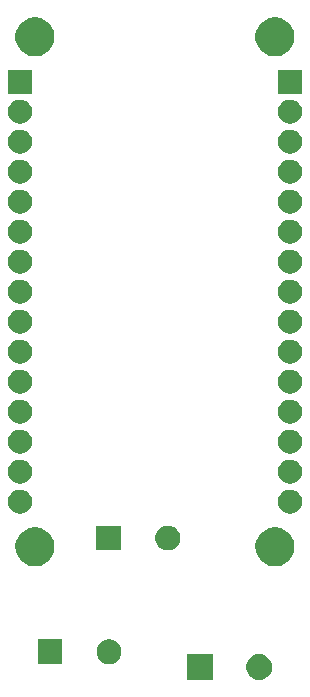
<source format=gbs>
G04 #@! TF.GenerationSoftware,KiCad,Pcbnew,5.1.5+dfsg1-2build2*
G04 #@! TF.CreationDate,2022-11-05T00:29:27+01:00*
G04 #@! TF.ProjectId,MBus_to_radio,4d427573-5f74-46f5-9f72-6164696f2e6b,rev?*
G04 #@! TF.SameCoordinates,Original*
G04 #@! TF.FileFunction,Soldermask,Bot*
G04 #@! TF.FilePolarity,Negative*
%FSLAX46Y46*%
G04 Gerber Fmt 4.6, Leading zero omitted, Abs format (unit mm)*
G04 Created by KiCad (PCBNEW 5.1.5+dfsg1-2build2) date 2022-11-05 00:29:27*
%MOMM*%
%LPD*%
G04 APERTURE LIST*
%ADD10C,0.100000*%
G04 APERTURE END LIST*
D10*
G36*
X118244794Y-110680155D02*
G01*
X118351150Y-110701311D01*
X118451334Y-110742809D01*
X118551520Y-110784307D01*
X118731844Y-110904795D01*
X118885205Y-111058156D01*
X119005693Y-111238480D01*
X119005693Y-111238481D01*
X119081455Y-111421385D01*
X119088689Y-111438851D01*
X119131000Y-111651560D01*
X119131000Y-111868440D01*
X119088689Y-112081149D01*
X119005693Y-112281520D01*
X118885205Y-112461844D01*
X118731844Y-112615205D01*
X118551520Y-112735693D01*
X118451334Y-112777191D01*
X118351150Y-112818689D01*
X118244795Y-112839844D01*
X118138440Y-112861000D01*
X117921560Y-112861000D01*
X117815205Y-112839844D01*
X117708850Y-112818689D01*
X117608666Y-112777191D01*
X117508480Y-112735693D01*
X117328156Y-112615205D01*
X117174795Y-112461844D01*
X117054307Y-112281520D01*
X116971311Y-112081149D01*
X116929000Y-111868440D01*
X116929000Y-111651560D01*
X116971311Y-111438851D01*
X116978546Y-111421385D01*
X117054307Y-111238481D01*
X117054307Y-111238480D01*
X117174795Y-111058156D01*
X117328156Y-110904795D01*
X117508480Y-110784307D01*
X117608666Y-110742809D01*
X117708850Y-110701311D01*
X117815206Y-110680155D01*
X117921560Y-110659000D01*
X118138440Y-110659000D01*
X118244794Y-110680155D01*
G37*
G36*
X114131000Y-112861000D02*
G01*
X111929000Y-112861000D01*
X111929000Y-110659000D01*
X114131000Y-110659000D01*
X114131000Y-112861000D01*
G37*
G36*
X101381000Y-111541000D02*
G01*
X99279000Y-111541000D01*
X99279000Y-109439000D01*
X101381000Y-109439000D01*
X101381000Y-111541000D01*
G37*
G36*
X105636564Y-109479389D02*
G01*
X105827833Y-109558615D01*
X105827835Y-109558616D01*
X105999973Y-109673635D01*
X106146365Y-109820027D01*
X106261385Y-109992167D01*
X106340611Y-110183436D01*
X106381000Y-110386484D01*
X106381000Y-110593516D01*
X106340611Y-110796564D01*
X106295780Y-110904795D01*
X106261384Y-110987835D01*
X106146365Y-111159973D01*
X105999973Y-111306365D01*
X105827835Y-111421384D01*
X105827834Y-111421385D01*
X105827833Y-111421385D01*
X105636564Y-111500611D01*
X105433516Y-111541000D01*
X105226484Y-111541000D01*
X105023436Y-111500611D01*
X104832167Y-111421385D01*
X104832166Y-111421385D01*
X104832165Y-111421384D01*
X104660027Y-111306365D01*
X104513635Y-111159973D01*
X104398616Y-110987835D01*
X104364220Y-110904795D01*
X104319389Y-110796564D01*
X104279000Y-110593516D01*
X104279000Y-110386484D01*
X104319389Y-110183436D01*
X104398615Y-109992167D01*
X104513635Y-109820027D01*
X104660027Y-109673635D01*
X104832165Y-109558616D01*
X104832167Y-109558615D01*
X105023436Y-109479389D01*
X105226484Y-109439000D01*
X105433516Y-109439000D01*
X105636564Y-109479389D01*
G37*
G36*
X119755256Y-99991298D02*
G01*
X119861579Y-100012447D01*
X120162042Y-100136903D01*
X120432451Y-100317585D01*
X120662415Y-100547549D01*
X120843097Y-100817958D01*
X120967553Y-101118421D01*
X120988702Y-101224744D01*
X121031000Y-101437389D01*
X121031000Y-101762611D01*
X121027126Y-101782085D01*
X120967553Y-102081579D01*
X120843097Y-102382042D01*
X120662415Y-102652451D01*
X120432451Y-102882415D01*
X120162042Y-103063097D01*
X119861579Y-103187553D01*
X119755256Y-103208702D01*
X119542611Y-103251000D01*
X119217389Y-103251000D01*
X119004744Y-103208702D01*
X118898421Y-103187553D01*
X118597958Y-103063097D01*
X118327549Y-102882415D01*
X118097585Y-102652451D01*
X117916903Y-102382042D01*
X117792447Y-102081579D01*
X117732874Y-101782085D01*
X117729000Y-101762611D01*
X117729000Y-101437389D01*
X117771298Y-101224744D01*
X117792447Y-101118421D01*
X117916903Y-100817958D01*
X118097585Y-100547549D01*
X118327549Y-100317585D01*
X118597958Y-100136903D01*
X118898421Y-100012447D01*
X119004744Y-99991298D01*
X119217389Y-99949000D01*
X119542611Y-99949000D01*
X119755256Y-99991298D01*
G37*
G36*
X99435256Y-99991298D02*
G01*
X99541579Y-100012447D01*
X99842042Y-100136903D01*
X100112451Y-100317585D01*
X100342415Y-100547549D01*
X100523097Y-100817958D01*
X100647553Y-101118421D01*
X100668702Y-101224744D01*
X100711000Y-101437389D01*
X100711000Y-101762611D01*
X100707126Y-101782085D01*
X100647553Y-102081579D01*
X100523097Y-102382042D01*
X100342415Y-102652451D01*
X100112451Y-102882415D01*
X99842042Y-103063097D01*
X99541579Y-103187553D01*
X99435256Y-103208702D01*
X99222611Y-103251000D01*
X98897389Y-103251000D01*
X98684744Y-103208702D01*
X98578421Y-103187553D01*
X98277958Y-103063097D01*
X98007549Y-102882415D01*
X97777585Y-102652451D01*
X97596903Y-102382042D01*
X97472447Y-102081579D01*
X97412874Y-101782085D01*
X97409000Y-101762611D01*
X97409000Y-101437389D01*
X97451298Y-101224744D01*
X97472447Y-101118421D01*
X97596903Y-100817958D01*
X97777585Y-100547549D01*
X98007549Y-100317585D01*
X98277958Y-100136903D01*
X98578421Y-100012447D01*
X98684744Y-99991298D01*
X98897389Y-99949000D01*
X99222611Y-99949000D01*
X99435256Y-99991298D01*
G37*
G36*
X110602264Y-99840089D02*
G01*
X110793533Y-99919315D01*
X110793535Y-99919316D01*
X110965673Y-100034335D01*
X111112065Y-100180727D01*
X111203511Y-100317585D01*
X111227085Y-100352867D01*
X111306311Y-100544136D01*
X111346700Y-100747184D01*
X111346700Y-100954216D01*
X111306311Y-101157264D01*
X111227085Y-101348533D01*
X111227084Y-101348535D01*
X111112065Y-101520673D01*
X110965673Y-101667065D01*
X110793535Y-101782084D01*
X110793534Y-101782085D01*
X110793533Y-101782085D01*
X110602264Y-101861311D01*
X110399216Y-101901700D01*
X110192184Y-101901700D01*
X109989136Y-101861311D01*
X109797867Y-101782085D01*
X109797866Y-101782085D01*
X109797865Y-101782084D01*
X109625727Y-101667065D01*
X109479335Y-101520673D01*
X109364316Y-101348535D01*
X109364315Y-101348533D01*
X109285089Y-101157264D01*
X109244700Y-100954216D01*
X109244700Y-100747184D01*
X109285089Y-100544136D01*
X109364315Y-100352867D01*
X109387890Y-100317585D01*
X109479335Y-100180727D01*
X109625727Y-100034335D01*
X109797865Y-99919316D01*
X109797867Y-99919315D01*
X109989136Y-99840089D01*
X110192184Y-99799700D01*
X110399216Y-99799700D01*
X110602264Y-99840089D01*
G37*
G36*
X106346700Y-101901700D02*
G01*
X104244700Y-101901700D01*
X104244700Y-99799700D01*
X106346700Y-99799700D01*
X106346700Y-101901700D01*
G37*
G36*
X98020926Y-96800029D02*
G01*
X98086356Y-96813044D01*
X98271256Y-96889632D01*
X98437662Y-97000821D01*
X98579179Y-97142338D01*
X98690368Y-97308744D01*
X98766956Y-97493644D01*
X98806000Y-97689933D01*
X98806000Y-97890067D01*
X98766956Y-98086356D01*
X98690368Y-98271256D01*
X98579179Y-98437662D01*
X98437662Y-98579179D01*
X98271256Y-98690368D01*
X98086356Y-98766956D01*
X98020926Y-98779971D01*
X97890069Y-98806000D01*
X97689931Y-98806000D01*
X97559074Y-98779971D01*
X97493644Y-98766956D01*
X97308744Y-98690368D01*
X97142338Y-98579179D01*
X97000821Y-98437662D01*
X96889632Y-98271256D01*
X96813044Y-98086356D01*
X96774000Y-97890067D01*
X96774000Y-97689933D01*
X96813044Y-97493644D01*
X96889632Y-97308744D01*
X97000821Y-97142338D01*
X97142338Y-97000821D01*
X97308744Y-96889632D01*
X97493644Y-96813044D01*
X97559074Y-96800029D01*
X97689931Y-96774000D01*
X97890069Y-96774000D01*
X98020926Y-96800029D01*
G37*
G36*
X120880926Y-96800029D02*
G01*
X120946356Y-96813044D01*
X121131256Y-96889632D01*
X121297662Y-97000821D01*
X121439179Y-97142338D01*
X121550368Y-97308744D01*
X121626956Y-97493644D01*
X121666000Y-97689933D01*
X121666000Y-97890067D01*
X121626956Y-98086356D01*
X121550368Y-98271256D01*
X121439179Y-98437662D01*
X121297662Y-98579179D01*
X121131256Y-98690368D01*
X120946356Y-98766956D01*
X120880926Y-98779971D01*
X120750069Y-98806000D01*
X120549931Y-98806000D01*
X120419074Y-98779971D01*
X120353644Y-98766956D01*
X120168744Y-98690368D01*
X120002338Y-98579179D01*
X119860821Y-98437662D01*
X119749632Y-98271256D01*
X119673044Y-98086356D01*
X119634000Y-97890067D01*
X119634000Y-97689933D01*
X119673044Y-97493644D01*
X119749632Y-97308744D01*
X119860821Y-97142338D01*
X120002338Y-97000821D01*
X120168744Y-96889632D01*
X120353644Y-96813044D01*
X120419074Y-96800029D01*
X120549931Y-96774000D01*
X120750069Y-96774000D01*
X120880926Y-96800029D01*
G37*
G36*
X120880926Y-94260029D02*
G01*
X120946356Y-94273044D01*
X121131256Y-94349632D01*
X121297662Y-94460821D01*
X121439179Y-94602338D01*
X121550368Y-94768744D01*
X121626956Y-94953644D01*
X121666000Y-95149933D01*
X121666000Y-95350067D01*
X121626956Y-95546356D01*
X121550368Y-95731256D01*
X121439179Y-95897662D01*
X121297662Y-96039179D01*
X121131256Y-96150368D01*
X120946356Y-96226956D01*
X120880926Y-96239971D01*
X120750069Y-96266000D01*
X120549931Y-96266000D01*
X120419074Y-96239971D01*
X120353644Y-96226956D01*
X120168744Y-96150368D01*
X120002338Y-96039179D01*
X119860821Y-95897662D01*
X119749632Y-95731256D01*
X119673044Y-95546356D01*
X119634000Y-95350067D01*
X119634000Y-95149933D01*
X119673044Y-94953644D01*
X119749632Y-94768744D01*
X119860821Y-94602338D01*
X120002338Y-94460821D01*
X120168744Y-94349632D01*
X120353644Y-94273044D01*
X120419074Y-94260029D01*
X120549931Y-94234000D01*
X120750069Y-94234000D01*
X120880926Y-94260029D01*
G37*
G36*
X98020926Y-94260029D02*
G01*
X98086356Y-94273044D01*
X98271256Y-94349632D01*
X98437662Y-94460821D01*
X98579179Y-94602338D01*
X98690368Y-94768744D01*
X98766956Y-94953644D01*
X98806000Y-95149933D01*
X98806000Y-95350067D01*
X98766956Y-95546356D01*
X98690368Y-95731256D01*
X98579179Y-95897662D01*
X98437662Y-96039179D01*
X98271256Y-96150368D01*
X98086356Y-96226956D01*
X98020926Y-96239971D01*
X97890069Y-96266000D01*
X97689931Y-96266000D01*
X97559074Y-96239971D01*
X97493644Y-96226956D01*
X97308744Y-96150368D01*
X97142338Y-96039179D01*
X97000821Y-95897662D01*
X96889632Y-95731256D01*
X96813044Y-95546356D01*
X96774000Y-95350067D01*
X96774000Y-95149933D01*
X96813044Y-94953644D01*
X96889632Y-94768744D01*
X97000821Y-94602338D01*
X97142338Y-94460821D01*
X97308744Y-94349632D01*
X97493644Y-94273044D01*
X97559074Y-94260029D01*
X97689931Y-94234000D01*
X97890069Y-94234000D01*
X98020926Y-94260029D01*
G37*
G36*
X98020926Y-91720029D02*
G01*
X98086356Y-91733044D01*
X98271256Y-91809632D01*
X98437662Y-91920821D01*
X98579179Y-92062338D01*
X98690368Y-92228744D01*
X98766956Y-92413644D01*
X98806000Y-92609933D01*
X98806000Y-92810067D01*
X98766956Y-93006356D01*
X98690368Y-93191256D01*
X98579179Y-93357662D01*
X98437662Y-93499179D01*
X98271256Y-93610368D01*
X98086356Y-93686956D01*
X98020926Y-93699971D01*
X97890069Y-93726000D01*
X97689931Y-93726000D01*
X97559074Y-93699971D01*
X97493644Y-93686956D01*
X97308744Y-93610368D01*
X97142338Y-93499179D01*
X97000821Y-93357662D01*
X96889632Y-93191256D01*
X96813044Y-93006356D01*
X96774000Y-92810067D01*
X96774000Y-92609933D01*
X96813044Y-92413644D01*
X96889632Y-92228744D01*
X97000821Y-92062338D01*
X97142338Y-91920821D01*
X97308744Y-91809632D01*
X97493644Y-91733044D01*
X97559074Y-91720029D01*
X97689931Y-91694000D01*
X97890069Y-91694000D01*
X98020926Y-91720029D01*
G37*
G36*
X120880926Y-91720029D02*
G01*
X120946356Y-91733044D01*
X121131256Y-91809632D01*
X121297662Y-91920821D01*
X121439179Y-92062338D01*
X121550368Y-92228744D01*
X121626956Y-92413644D01*
X121666000Y-92609933D01*
X121666000Y-92810067D01*
X121626956Y-93006356D01*
X121550368Y-93191256D01*
X121439179Y-93357662D01*
X121297662Y-93499179D01*
X121131256Y-93610368D01*
X120946356Y-93686956D01*
X120880926Y-93699971D01*
X120750069Y-93726000D01*
X120549931Y-93726000D01*
X120419074Y-93699971D01*
X120353644Y-93686956D01*
X120168744Y-93610368D01*
X120002338Y-93499179D01*
X119860821Y-93357662D01*
X119749632Y-93191256D01*
X119673044Y-93006356D01*
X119634000Y-92810067D01*
X119634000Y-92609933D01*
X119673044Y-92413644D01*
X119749632Y-92228744D01*
X119860821Y-92062338D01*
X120002338Y-91920821D01*
X120168744Y-91809632D01*
X120353644Y-91733044D01*
X120419074Y-91720029D01*
X120549931Y-91694000D01*
X120750069Y-91694000D01*
X120880926Y-91720029D01*
G37*
G36*
X120880926Y-89180029D02*
G01*
X120946356Y-89193044D01*
X121131256Y-89269632D01*
X121297662Y-89380821D01*
X121439179Y-89522338D01*
X121550368Y-89688744D01*
X121626956Y-89873644D01*
X121666000Y-90069933D01*
X121666000Y-90270067D01*
X121626956Y-90466356D01*
X121550368Y-90651256D01*
X121439179Y-90817662D01*
X121297662Y-90959179D01*
X121131256Y-91070368D01*
X120946356Y-91146956D01*
X120880926Y-91159971D01*
X120750069Y-91186000D01*
X120549931Y-91186000D01*
X120419074Y-91159971D01*
X120353644Y-91146956D01*
X120168744Y-91070368D01*
X120002338Y-90959179D01*
X119860821Y-90817662D01*
X119749632Y-90651256D01*
X119673044Y-90466356D01*
X119634000Y-90270067D01*
X119634000Y-90069933D01*
X119673044Y-89873644D01*
X119749632Y-89688744D01*
X119860821Y-89522338D01*
X120002338Y-89380821D01*
X120168744Y-89269632D01*
X120353644Y-89193044D01*
X120419074Y-89180029D01*
X120549931Y-89154000D01*
X120750069Y-89154000D01*
X120880926Y-89180029D01*
G37*
G36*
X98020926Y-89180029D02*
G01*
X98086356Y-89193044D01*
X98271256Y-89269632D01*
X98437662Y-89380821D01*
X98579179Y-89522338D01*
X98690368Y-89688744D01*
X98766956Y-89873644D01*
X98806000Y-90069933D01*
X98806000Y-90270067D01*
X98766956Y-90466356D01*
X98690368Y-90651256D01*
X98579179Y-90817662D01*
X98437662Y-90959179D01*
X98271256Y-91070368D01*
X98086356Y-91146956D01*
X98020926Y-91159971D01*
X97890069Y-91186000D01*
X97689931Y-91186000D01*
X97559074Y-91159971D01*
X97493644Y-91146956D01*
X97308744Y-91070368D01*
X97142338Y-90959179D01*
X97000821Y-90817662D01*
X96889632Y-90651256D01*
X96813044Y-90466356D01*
X96774000Y-90270067D01*
X96774000Y-90069933D01*
X96813044Y-89873644D01*
X96889632Y-89688744D01*
X97000821Y-89522338D01*
X97142338Y-89380821D01*
X97308744Y-89269632D01*
X97493644Y-89193044D01*
X97559074Y-89180029D01*
X97689931Y-89154000D01*
X97890069Y-89154000D01*
X98020926Y-89180029D01*
G37*
G36*
X98020926Y-86640029D02*
G01*
X98086356Y-86653044D01*
X98271256Y-86729632D01*
X98437662Y-86840821D01*
X98579179Y-86982338D01*
X98690368Y-87148744D01*
X98766956Y-87333644D01*
X98806000Y-87529933D01*
X98806000Y-87730067D01*
X98766956Y-87926356D01*
X98690368Y-88111256D01*
X98579179Y-88277662D01*
X98437662Y-88419179D01*
X98271256Y-88530368D01*
X98086356Y-88606956D01*
X98020926Y-88619971D01*
X97890069Y-88646000D01*
X97689931Y-88646000D01*
X97559074Y-88619971D01*
X97493644Y-88606956D01*
X97308744Y-88530368D01*
X97142338Y-88419179D01*
X97000821Y-88277662D01*
X96889632Y-88111256D01*
X96813044Y-87926356D01*
X96774000Y-87730067D01*
X96774000Y-87529933D01*
X96813044Y-87333644D01*
X96889632Y-87148744D01*
X97000821Y-86982338D01*
X97142338Y-86840821D01*
X97308744Y-86729632D01*
X97493644Y-86653044D01*
X97559074Y-86640029D01*
X97689931Y-86614000D01*
X97890069Y-86614000D01*
X98020926Y-86640029D01*
G37*
G36*
X120880926Y-86640029D02*
G01*
X120946356Y-86653044D01*
X121131256Y-86729632D01*
X121297662Y-86840821D01*
X121439179Y-86982338D01*
X121550368Y-87148744D01*
X121626956Y-87333644D01*
X121666000Y-87529933D01*
X121666000Y-87730067D01*
X121626956Y-87926356D01*
X121550368Y-88111256D01*
X121439179Y-88277662D01*
X121297662Y-88419179D01*
X121131256Y-88530368D01*
X120946356Y-88606956D01*
X120880926Y-88619971D01*
X120750069Y-88646000D01*
X120549931Y-88646000D01*
X120419074Y-88619971D01*
X120353644Y-88606956D01*
X120168744Y-88530368D01*
X120002338Y-88419179D01*
X119860821Y-88277662D01*
X119749632Y-88111256D01*
X119673044Y-87926356D01*
X119634000Y-87730067D01*
X119634000Y-87529933D01*
X119673044Y-87333644D01*
X119749632Y-87148744D01*
X119860821Y-86982338D01*
X120002338Y-86840821D01*
X120168744Y-86729632D01*
X120353644Y-86653044D01*
X120419074Y-86640029D01*
X120549931Y-86614000D01*
X120750069Y-86614000D01*
X120880926Y-86640029D01*
G37*
G36*
X98020926Y-84100029D02*
G01*
X98086356Y-84113044D01*
X98271256Y-84189632D01*
X98437662Y-84300821D01*
X98579179Y-84442338D01*
X98690368Y-84608744D01*
X98766956Y-84793644D01*
X98806000Y-84989933D01*
X98806000Y-85190067D01*
X98766956Y-85386356D01*
X98690368Y-85571256D01*
X98579179Y-85737662D01*
X98437662Y-85879179D01*
X98271256Y-85990368D01*
X98086356Y-86066956D01*
X98020926Y-86079971D01*
X97890069Y-86106000D01*
X97689931Y-86106000D01*
X97559074Y-86079971D01*
X97493644Y-86066956D01*
X97308744Y-85990368D01*
X97142338Y-85879179D01*
X97000821Y-85737662D01*
X96889632Y-85571256D01*
X96813044Y-85386356D01*
X96774000Y-85190067D01*
X96774000Y-84989933D01*
X96813044Y-84793644D01*
X96889632Y-84608744D01*
X97000821Y-84442338D01*
X97142338Y-84300821D01*
X97308744Y-84189632D01*
X97493644Y-84113044D01*
X97559074Y-84100029D01*
X97689931Y-84074000D01*
X97890069Y-84074000D01*
X98020926Y-84100029D01*
G37*
G36*
X120880926Y-84100029D02*
G01*
X120946356Y-84113044D01*
X121131256Y-84189632D01*
X121297662Y-84300821D01*
X121439179Y-84442338D01*
X121550368Y-84608744D01*
X121626956Y-84793644D01*
X121666000Y-84989933D01*
X121666000Y-85190067D01*
X121626956Y-85386356D01*
X121550368Y-85571256D01*
X121439179Y-85737662D01*
X121297662Y-85879179D01*
X121131256Y-85990368D01*
X120946356Y-86066956D01*
X120880926Y-86079971D01*
X120750069Y-86106000D01*
X120549931Y-86106000D01*
X120419074Y-86079971D01*
X120353644Y-86066956D01*
X120168744Y-85990368D01*
X120002338Y-85879179D01*
X119860821Y-85737662D01*
X119749632Y-85571256D01*
X119673044Y-85386356D01*
X119634000Y-85190067D01*
X119634000Y-84989933D01*
X119673044Y-84793644D01*
X119749632Y-84608744D01*
X119860821Y-84442338D01*
X120002338Y-84300821D01*
X120168744Y-84189632D01*
X120353644Y-84113044D01*
X120419074Y-84100029D01*
X120549931Y-84074000D01*
X120750069Y-84074000D01*
X120880926Y-84100029D01*
G37*
G36*
X120880926Y-81560029D02*
G01*
X120946356Y-81573044D01*
X121131256Y-81649632D01*
X121297662Y-81760821D01*
X121439179Y-81902338D01*
X121550368Y-82068744D01*
X121626956Y-82253644D01*
X121666000Y-82449933D01*
X121666000Y-82650067D01*
X121626956Y-82846356D01*
X121550368Y-83031256D01*
X121439179Y-83197662D01*
X121297662Y-83339179D01*
X121131256Y-83450368D01*
X120946356Y-83526956D01*
X120880926Y-83539971D01*
X120750069Y-83566000D01*
X120549931Y-83566000D01*
X120419074Y-83539971D01*
X120353644Y-83526956D01*
X120168744Y-83450368D01*
X120002338Y-83339179D01*
X119860821Y-83197662D01*
X119749632Y-83031256D01*
X119673044Y-82846356D01*
X119634000Y-82650067D01*
X119634000Y-82449933D01*
X119673044Y-82253644D01*
X119749632Y-82068744D01*
X119860821Y-81902338D01*
X120002338Y-81760821D01*
X120168744Y-81649632D01*
X120353644Y-81573044D01*
X120419074Y-81560029D01*
X120549931Y-81534000D01*
X120750069Y-81534000D01*
X120880926Y-81560029D01*
G37*
G36*
X98020926Y-81560029D02*
G01*
X98086356Y-81573044D01*
X98271256Y-81649632D01*
X98437662Y-81760821D01*
X98579179Y-81902338D01*
X98690368Y-82068744D01*
X98766956Y-82253644D01*
X98806000Y-82449933D01*
X98806000Y-82650067D01*
X98766956Y-82846356D01*
X98690368Y-83031256D01*
X98579179Y-83197662D01*
X98437662Y-83339179D01*
X98271256Y-83450368D01*
X98086356Y-83526956D01*
X98020926Y-83539971D01*
X97890069Y-83566000D01*
X97689931Y-83566000D01*
X97559074Y-83539971D01*
X97493644Y-83526956D01*
X97308744Y-83450368D01*
X97142338Y-83339179D01*
X97000821Y-83197662D01*
X96889632Y-83031256D01*
X96813044Y-82846356D01*
X96774000Y-82650067D01*
X96774000Y-82449933D01*
X96813044Y-82253644D01*
X96889632Y-82068744D01*
X97000821Y-81902338D01*
X97142338Y-81760821D01*
X97308744Y-81649632D01*
X97493644Y-81573044D01*
X97559074Y-81560029D01*
X97689931Y-81534000D01*
X97890069Y-81534000D01*
X98020926Y-81560029D01*
G37*
G36*
X120880926Y-79020029D02*
G01*
X120946356Y-79033044D01*
X121131256Y-79109632D01*
X121297662Y-79220821D01*
X121439179Y-79362338D01*
X121550368Y-79528744D01*
X121626956Y-79713644D01*
X121666000Y-79909933D01*
X121666000Y-80110067D01*
X121626956Y-80306356D01*
X121550368Y-80491256D01*
X121439179Y-80657662D01*
X121297662Y-80799179D01*
X121131256Y-80910368D01*
X120946356Y-80986956D01*
X120880926Y-80999971D01*
X120750069Y-81026000D01*
X120549931Y-81026000D01*
X120419074Y-80999971D01*
X120353644Y-80986956D01*
X120168744Y-80910368D01*
X120002338Y-80799179D01*
X119860821Y-80657662D01*
X119749632Y-80491256D01*
X119673044Y-80306356D01*
X119634000Y-80110067D01*
X119634000Y-79909933D01*
X119673044Y-79713644D01*
X119749632Y-79528744D01*
X119860821Y-79362338D01*
X120002338Y-79220821D01*
X120168744Y-79109632D01*
X120353644Y-79033044D01*
X120419074Y-79020029D01*
X120549931Y-78994000D01*
X120750069Y-78994000D01*
X120880926Y-79020029D01*
G37*
G36*
X98020926Y-79020029D02*
G01*
X98086356Y-79033044D01*
X98271256Y-79109632D01*
X98437662Y-79220821D01*
X98579179Y-79362338D01*
X98690368Y-79528744D01*
X98766956Y-79713644D01*
X98806000Y-79909933D01*
X98806000Y-80110067D01*
X98766956Y-80306356D01*
X98690368Y-80491256D01*
X98579179Y-80657662D01*
X98437662Y-80799179D01*
X98271256Y-80910368D01*
X98086356Y-80986956D01*
X98020926Y-80999971D01*
X97890069Y-81026000D01*
X97689931Y-81026000D01*
X97559074Y-80999971D01*
X97493644Y-80986956D01*
X97308744Y-80910368D01*
X97142338Y-80799179D01*
X97000821Y-80657662D01*
X96889632Y-80491256D01*
X96813044Y-80306356D01*
X96774000Y-80110067D01*
X96774000Y-79909933D01*
X96813044Y-79713644D01*
X96889632Y-79528744D01*
X97000821Y-79362338D01*
X97142338Y-79220821D01*
X97308744Y-79109632D01*
X97493644Y-79033044D01*
X97559074Y-79020029D01*
X97689931Y-78994000D01*
X97890069Y-78994000D01*
X98020926Y-79020029D01*
G37*
G36*
X120880926Y-76480029D02*
G01*
X120946356Y-76493044D01*
X121131256Y-76569632D01*
X121297662Y-76680821D01*
X121439179Y-76822338D01*
X121550368Y-76988744D01*
X121626956Y-77173644D01*
X121666000Y-77369933D01*
X121666000Y-77570067D01*
X121626956Y-77766356D01*
X121550368Y-77951256D01*
X121439179Y-78117662D01*
X121297662Y-78259179D01*
X121131256Y-78370368D01*
X120946356Y-78446956D01*
X120880926Y-78459971D01*
X120750069Y-78486000D01*
X120549931Y-78486000D01*
X120419074Y-78459971D01*
X120353644Y-78446956D01*
X120168744Y-78370368D01*
X120002338Y-78259179D01*
X119860821Y-78117662D01*
X119749632Y-77951256D01*
X119673044Y-77766356D01*
X119634000Y-77570067D01*
X119634000Y-77369933D01*
X119673044Y-77173644D01*
X119749632Y-76988744D01*
X119860821Y-76822338D01*
X120002338Y-76680821D01*
X120168744Y-76569632D01*
X120353644Y-76493044D01*
X120419074Y-76480029D01*
X120549931Y-76454000D01*
X120750069Y-76454000D01*
X120880926Y-76480029D01*
G37*
G36*
X98020926Y-76480029D02*
G01*
X98086356Y-76493044D01*
X98271256Y-76569632D01*
X98437662Y-76680821D01*
X98579179Y-76822338D01*
X98690368Y-76988744D01*
X98766956Y-77173644D01*
X98806000Y-77369933D01*
X98806000Y-77570067D01*
X98766956Y-77766356D01*
X98690368Y-77951256D01*
X98579179Y-78117662D01*
X98437662Y-78259179D01*
X98271256Y-78370368D01*
X98086356Y-78446956D01*
X98020926Y-78459971D01*
X97890069Y-78486000D01*
X97689931Y-78486000D01*
X97559074Y-78459971D01*
X97493644Y-78446956D01*
X97308744Y-78370368D01*
X97142338Y-78259179D01*
X97000821Y-78117662D01*
X96889632Y-77951256D01*
X96813044Y-77766356D01*
X96774000Y-77570067D01*
X96774000Y-77369933D01*
X96813044Y-77173644D01*
X96889632Y-76988744D01*
X97000821Y-76822338D01*
X97142338Y-76680821D01*
X97308744Y-76569632D01*
X97493644Y-76493044D01*
X97559074Y-76480029D01*
X97689931Y-76454000D01*
X97890069Y-76454000D01*
X98020926Y-76480029D01*
G37*
G36*
X120880926Y-73940029D02*
G01*
X120946356Y-73953044D01*
X121131256Y-74029632D01*
X121297662Y-74140821D01*
X121439179Y-74282338D01*
X121550368Y-74448744D01*
X121626956Y-74633644D01*
X121666000Y-74829933D01*
X121666000Y-75030067D01*
X121626956Y-75226356D01*
X121550368Y-75411256D01*
X121439179Y-75577662D01*
X121297662Y-75719179D01*
X121131256Y-75830368D01*
X120946356Y-75906956D01*
X120880926Y-75919971D01*
X120750069Y-75946000D01*
X120549931Y-75946000D01*
X120419074Y-75919971D01*
X120353644Y-75906956D01*
X120168744Y-75830368D01*
X120002338Y-75719179D01*
X119860821Y-75577662D01*
X119749632Y-75411256D01*
X119673044Y-75226356D01*
X119634000Y-75030067D01*
X119634000Y-74829933D01*
X119673044Y-74633644D01*
X119749632Y-74448744D01*
X119860821Y-74282338D01*
X120002338Y-74140821D01*
X120168744Y-74029632D01*
X120353644Y-73953044D01*
X120419074Y-73940029D01*
X120549931Y-73914000D01*
X120750069Y-73914000D01*
X120880926Y-73940029D01*
G37*
G36*
X98020926Y-73940029D02*
G01*
X98086356Y-73953044D01*
X98271256Y-74029632D01*
X98437662Y-74140821D01*
X98579179Y-74282338D01*
X98690368Y-74448744D01*
X98766956Y-74633644D01*
X98806000Y-74829933D01*
X98806000Y-75030067D01*
X98766956Y-75226356D01*
X98690368Y-75411256D01*
X98579179Y-75577662D01*
X98437662Y-75719179D01*
X98271256Y-75830368D01*
X98086356Y-75906956D01*
X98020926Y-75919971D01*
X97890069Y-75946000D01*
X97689931Y-75946000D01*
X97559074Y-75919971D01*
X97493644Y-75906956D01*
X97308744Y-75830368D01*
X97142338Y-75719179D01*
X97000821Y-75577662D01*
X96889632Y-75411256D01*
X96813044Y-75226356D01*
X96774000Y-75030067D01*
X96774000Y-74829933D01*
X96813044Y-74633644D01*
X96889632Y-74448744D01*
X97000821Y-74282338D01*
X97142338Y-74140821D01*
X97308744Y-74029632D01*
X97493644Y-73953044D01*
X97559074Y-73940029D01*
X97689931Y-73914000D01*
X97890069Y-73914000D01*
X98020926Y-73940029D01*
G37*
G36*
X120880926Y-71400029D02*
G01*
X120946356Y-71413044D01*
X121131256Y-71489632D01*
X121297662Y-71600821D01*
X121439179Y-71742338D01*
X121550368Y-71908744D01*
X121626956Y-72093644D01*
X121666000Y-72289933D01*
X121666000Y-72490067D01*
X121626956Y-72686356D01*
X121550368Y-72871256D01*
X121439179Y-73037662D01*
X121297662Y-73179179D01*
X121131256Y-73290368D01*
X120946356Y-73366956D01*
X120880926Y-73379971D01*
X120750069Y-73406000D01*
X120549931Y-73406000D01*
X120419074Y-73379971D01*
X120353644Y-73366956D01*
X120168744Y-73290368D01*
X120002338Y-73179179D01*
X119860821Y-73037662D01*
X119749632Y-72871256D01*
X119673044Y-72686356D01*
X119634000Y-72490067D01*
X119634000Y-72289933D01*
X119673044Y-72093644D01*
X119749632Y-71908744D01*
X119860821Y-71742338D01*
X120002338Y-71600821D01*
X120168744Y-71489632D01*
X120353644Y-71413044D01*
X120419074Y-71400029D01*
X120549931Y-71374000D01*
X120750069Y-71374000D01*
X120880926Y-71400029D01*
G37*
G36*
X98020926Y-71400029D02*
G01*
X98086356Y-71413044D01*
X98271256Y-71489632D01*
X98437662Y-71600821D01*
X98579179Y-71742338D01*
X98690368Y-71908744D01*
X98766956Y-72093644D01*
X98806000Y-72289933D01*
X98806000Y-72490067D01*
X98766956Y-72686356D01*
X98690368Y-72871256D01*
X98579179Y-73037662D01*
X98437662Y-73179179D01*
X98271256Y-73290368D01*
X98086356Y-73366956D01*
X98020926Y-73379971D01*
X97890069Y-73406000D01*
X97689931Y-73406000D01*
X97559074Y-73379971D01*
X97493644Y-73366956D01*
X97308744Y-73290368D01*
X97142338Y-73179179D01*
X97000821Y-73037662D01*
X96889632Y-72871256D01*
X96813044Y-72686356D01*
X96774000Y-72490067D01*
X96774000Y-72289933D01*
X96813044Y-72093644D01*
X96889632Y-71908744D01*
X97000821Y-71742338D01*
X97142338Y-71600821D01*
X97308744Y-71489632D01*
X97493644Y-71413044D01*
X97559074Y-71400029D01*
X97689931Y-71374000D01*
X97890069Y-71374000D01*
X98020926Y-71400029D01*
G37*
G36*
X120880926Y-68860029D02*
G01*
X120946356Y-68873044D01*
X121131256Y-68949632D01*
X121297662Y-69060821D01*
X121439179Y-69202338D01*
X121550368Y-69368744D01*
X121626956Y-69553644D01*
X121666000Y-69749933D01*
X121666000Y-69950067D01*
X121626956Y-70146356D01*
X121550368Y-70331256D01*
X121439179Y-70497662D01*
X121297662Y-70639179D01*
X121131256Y-70750368D01*
X120946356Y-70826956D01*
X120880926Y-70839971D01*
X120750069Y-70866000D01*
X120549931Y-70866000D01*
X120419074Y-70839971D01*
X120353644Y-70826956D01*
X120168744Y-70750368D01*
X120002338Y-70639179D01*
X119860821Y-70497662D01*
X119749632Y-70331256D01*
X119673044Y-70146356D01*
X119634000Y-69950067D01*
X119634000Y-69749933D01*
X119673044Y-69553644D01*
X119749632Y-69368744D01*
X119860821Y-69202338D01*
X120002338Y-69060821D01*
X120168744Y-68949632D01*
X120353644Y-68873044D01*
X120419074Y-68860029D01*
X120549931Y-68834000D01*
X120750069Y-68834000D01*
X120880926Y-68860029D01*
G37*
G36*
X98020926Y-68860029D02*
G01*
X98086356Y-68873044D01*
X98271256Y-68949632D01*
X98437662Y-69060821D01*
X98579179Y-69202338D01*
X98690368Y-69368744D01*
X98766956Y-69553644D01*
X98806000Y-69749933D01*
X98806000Y-69950067D01*
X98766956Y-70146356D01*
X98690368Y-70331256D01*
X98579179Y-70497662D01*
X98437662Y-70639179D01*
X98271256Y-70750368D01*
X98086356Y-70826956D01*
X98020926Y-70839971D01*
X97890069Y-70866000D01*
X97689931Y-70866000D01*
X97559074Y-70839971D01*
X97493644Y-70826956D01*
X97308744Y-70750368D01*
X97142338Y-70639179D01*
X97000821Y-70497662D01*
X96889632Y-70331256D01*
X96813044Y-70146356D01*
X96774000Y-69950067D01*
X96774000Y-69749933D01*
X96813044Y-69553644D01*
X96889632Y-69368744D01*
X97000821Y-69202338D01*
X97142338Y-69060821D01*
X97308744Y-68949632D01*
X97493644Y-68873044D01*
X97559074Y-68860029D01*
X97689931Y-68834000D01*
X97890069Y-68834000D01*
X98020926Y-68860029D01*
G37*
G36*
X120880926Y-66320029D02*
G01*
X120946356Y-66333044D01*
X121131256Y-66409632D01*
X121297662Y-66520821D01*
X121439179Y-66662338D01*
X121550368Y-66828744D01*
X121626956Y-67013644D01*
X121666000Y-67209933D01*
X121666000Y-67410067D01*
X121626956Y-67606356D01*
X121550368Y-67791256D01*
X121439179Y-67957662D01*
X121297662Y-68099179D01*
X121131256Y-68210368D01*
X120946356Y-68286956D01*
X120880926Y-68299971D01*
X120750069Y-68326000D01*
X120549931Y-68326000D01*
X120419074Y-68299971D01*
X120353644Y-68286956D01*
X120168744Y-68210368D01*
X120002338Y-68099179D01*
X119860821Y-67957662D01*
X119749632Y-67791256D01*
X119673044Y-67606356D01*
X119634000Y-67410067D01*
X119634000Y-67209933D01*
X119673044Y-67013644D01*
X119749632Y-66828744D01*
X119860821Y-66662338D01*
X120002338Y-66520821D01*
X120168744Y-66409632D01*
X120353644Y-66333044D01*
X120419074Y-66320029D01*
X120549931Y-66294000D01*
X120750069Y-66294000D01*
X120880926Y-66320029D01*
G37*
G36*
X98020926Y-66320029D02*
G01*
X98086356Y-66333044D01*
X98271256Y-66409632D01*
X98437662Y-66520821D01*
X98579179Y-66662338D01*
X98690368Y-66828744D01*
X98766956Y-67013644D01*
X98806000Y-67209933D01*
X98806000Y-67410067D01*
X98766956Y-67606356D01*
X98690368Y-67791256D01*
X98579179Y-67957662D01*
X98437662Y-68099179D01*
X98271256Y-68210368D01*
X98086356Y-68286956D01*
X98020926Y-68299971D01*
X97890069Y-68326000D01*
X97689931Y-68326000D01*
X97559074Y-68299971D01*
X97493644Y-68286956D01*
X97308744Y-68210368D01*
X97142338Y-68099179D01*
X97000821Y-67957662D01*
X96889632Y-67791256D01*
X96813044Y-67606356D01*
X96774000Y-67410067D01*
X96774000Y-67209933D01*
X96813044Y-67013644D01*
X96889632Y-66828744D01*
X97000821Y-66662338D01*
X97142338Y-66520821D01*
X97308744Y-66409632D01*
X97493644Y-66333044D01*
X97559074Y-66320029D01*
X97689931Y-66294000D01*
X97890069Y-66294000D01*
X98020926Y-66320029D01*
G37*
G36*
X120880926Y-63780029D02*
G01*
X120946356Y-63793044D01*
X121131256Y-63869632D01*
X121297662Y-63980821D01*
X121439179Y-64122338D01*
X121550368Y-64288744D01*
X121626956Y-64473644D01*
X121666000Y-64669933D01*
X121666000Y-64870067D01*
X121626956Y-65066356D01*
X121550368Y-65251256D01*
X121439179Y-65417662D01*
X121297662Y-65559179D01*
X121131256Y-65670368D01*
X120946356Y-65746956D01*
X120880926Y-65759971D01*
X120750069Y-65786000D01*
X120549931Y-65786000D01*
X120419074Y-65759971D01*
X120353644Y-65746956D01*
X120168744Y-65670368D01*
X120002338Y-65559179D01*
X119860821Y-65417662D01*
X119749632Y-65251256D01*
X119673044Y-65066356D01*
X119634000Y-64870067D01*
X119634000Y-64669933D01*
X119673044Y-64473644D01*
X119749632Y-64288744D01*
X119860821Y-64122338D01*
X120002338Y-63980821D01*
X120168744Y-63869632D01*
X120353644Y-63793044D01*
X120419074Y-63780029D01*
X120549931Y-63754000D01*
X120750069Y-63754000D01*
X120880926Y-63780029D01*
G37*
G36*
X98020926Y-63780029D02*
G01*
X98086356Y-63793044D01*
X98271256Y-63869632D01*
X98437662Y-63980821D01*
X98579179Y-64122338D01*
X98690368Y-64288744D01*
X98766956Y-64473644D01*
X98806000Y-64669933D01*
X98806000Y-64870067D01*
X98766956Y-65066356D01*
X98690368Y-65251256D01*
X98579179Y-65417662D01*
X98437662Y-65559179D01*
X98271256Y-65670368D01*
X98086356Y-65746956D01*
X98020926Y-65759971D01*
X97890069Y-65786000D01*
X97689931Y-65786000D01*
X97559074Y-65759971D01*
X97493644Y-65746956D01*
X97308744Y-65670368D01*
X97142338Y-65559179D01*
X97000821Y-65417662D01*
X96889632Y-65251256D01*
X96813044Y-65066356D01*
X96774000Y-64870067D01*
X96774000Y-64669933D01*
X96813044Y-64473644D01*
X96889632Y-64288744D01*
X97000821Y-64122338D01*
X97142338Y-63980821D01*
X97308744Y-63869632D01*
X97493644Y-63793044D01*
X97559074Y-63780029D01*
X97689931Y-63754000D01*
X97890069Y-63754000D01*
X98020926Y-63780029D01*
G37*
G36*
X121666000Y-63246000D02*
G01*
X119634000Y-63246000D01*
X119634000Y-61214000D01*
X121666000Y-61214000D01*
X121666000Y-63246000D01*
G37*
G36*
X98806000Y-63246000D02*
G01*
X96774000Y-63246000D01*
X96774000Y-61214000D01*
X98806000Y-61214000D01*
X98806000Y-63246000D01*
G37*
G36*
X99435256Y-56811298D02*
G01*
X99541579Y-56832447D01*
X99842042Y-56956903D01*
X100112451Y-57137585D01*
X100342415Y-57367549D01*
X100523097Y-57637958D01*
X100647553Y-57938421D01*
X100711000Y-58257391D01*
X100711000Y-58582609D01*
X100647553Y-58901579D01*
X100523097Y-59202042D01*
X100342415Y-59472451D01*
X100112451Y-59702415D01*
X99842042Y-59883097D01*
X99541579Y-60007553D01*
X99435256Y-60028702D01*
X99222611Y-60071000D01*
X98897389Y-60071000D01*
X98684744Y-60028702D01*
X98578421Y-60007553D01*
X98277958Y-59883097D01*
X98007549Y-59702415D01*
X97777585Y-59472451D01*
X97596903Y-59202042D01*
X97472447Y-58901579D01*
X97409000Y-58582609D01*
X97409000Y-58257391D01*
X97472447Y-57938421D01*
X97596903Y-57637958D01*
X97777585Y-57367549D01*
X98007549Y-57137585D01*
X98277958Y-56956903D01*
X98578421Y-56832447D01*
X98684744Y-56811298D01*
X98897389Y-56769000D01*
X99222611Y-56769000D01*
X99435256Y-56811298D01*
G37*
G36*
X119755256Y-56811298D02*
G01*
X119861579Y-56832447D01*
X120162042Y-56956903D01*
X120432451Y-57137585D01*
X120662415Y-57367549D01*
X120843097Y-57637958D01*
X120967553Y-57938421D01*
X121031000Y-58257391D01*
X121031000Y-58582609D01*
X120967553Y-58901579D01*
X120843097Y-59202042D01*
X120662415Y-59472451D01*
X120432451Y-59702415D01*
X120162042Y-59883097D01*
X119861579Y-60007553D01*
X119755256Y-60028702D01*
X119542611Y-60071000D01*
X119217389Y-60071000D01*
X119004744Y-60028702D01*
X118898421Y-60007553D01*
X118597958Y-59883097D01*
X118327549Y-59702415D01*
X118097585Y-59472451D01*
X117916903Y-59202042D01*
X117792447Y-58901579D01*
X117729000Y-58582609D01*
X117729000Y-58257391D01*
X117792447Y-57938421D01*
X117916903Y-57637958D01*
X118097585Y-57367549D01*
X118327549Y-57137585D01*
X118597958Y-56956903D01*
X118898421Y-56832447D01*
X119004744Y-56811298D01*
X119217389Y-56769000D01*
X119542611Y-56769000D01*
X119755256Y-56811298D01*
G37*
M02*

</source>
